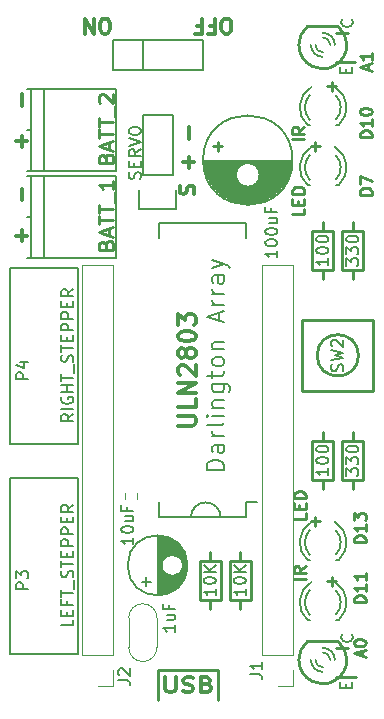
<source format=gto>
G04 #@! TF.FileFunction,Legend,Top*
%FSLAX46Y46*%
G04 Gerber Fmt 4.6, Leading zero omitted, Abs format (unit mm)*
G04 Created by KiCad (PCBNEW 4.0.7) date 09/06/18 07:33:57*
%MOMM*%
%LPD*%
G01*
G04 APERTURE LIST*
%ADD10C,0.100000*%
%ADD11C,0.254000*%
%ADD12C,0.300000*%
%ADD13C,0.200000*%
%ADD14C,0.250000*%
%ADD15C,0.150000*%
%ADD16C,0.120000*%
%ADD17C,0.152400*%
G04 APERTURE END LIST*
D10*
D11*
X139700000Y-115570000D02*
X139700000Y-118110000D01*
X136525000Y-115570000D02*
X139700000Y-115570000D01*
X134620000Y-115570000D02*
X136525000Y-115570000D01*
X134620000Y-118110000D02*
X134620000Y-115570000D01*
D12*
X135267143Y-116144524D02*
X135267143Y-117172619D01*
X135338571Y-117293571D01*
X135410000Y-117354048D01*
X135552857Y-117414524D01*
X135838571Y-117414524D01*
X135981429Y-117354048D01*
X136052857Y-117293571D01*
X136124286Y-117172619D01*
X136124286Y-116144524D01*
X136767143Y-117354048D02*
X136981429Y-117414524D01*
X137338572Y-117414524D01*
X137481429Y-117354048D01*
X137552858Y-117293571D01*
X137624286Y-117172619D01*
X137624286Y-117051667D01*
X137552858Y-116930714D01*
X137481429Y-116870238D01*
X137338572Y-116809762D01*
X137052858Y-116749286D01*
X136910000Y-116688810D01*
X136838572Y-116628333D01*
X136767143Y-116507381D01*
X136767143Y-116386429D01*
X136838572Y-116265476D01*
X136910000Y-116205000D01*
X137052858Y-116144524D01*
X137410000Y-116144524D01*
X137624286Y-116205000D01*
X138767143Y-116749286D02*
X138981429Y-116809762D01*
X139052857Y-116870238D01*
X139124286Y-116991190D01*
X139124286Y-117172619D01*
X139052857Y-117293571D01*
X138981429Y-117354048D01*
X138838571Y-117414524D01*
X138267143Y-117414524D01*
X138267143Y-116144524D01*
X138767143Y-116144524D01*
X138910000Y-116205000D01*
X138981429Y-116265476D01*
X139052857Y-116386429D01*
X139052857Y-116507381D01*
X138981429Y-116628333D01*
X138910000Y-116688810D01*
X138767143Y-116749286D01*
X138267143Y-116749286D01*
D13*
X140251571Y-98610428D02*
X138751571Y-98610428D01*
X138751571Y-98253285D01*
X138823000Y-98039000D01*
X138965857Y-97896142D01*
X139108714Y-97824714D01*
X139394429Y-97753285D01*
X139608714Y-97753285D01*
X139894429Y-97824714D01*
X140037286Y-97896142D01*
X140180143Y-98039000D01*
X140251571Y-98253285D01*
X140251571Y-98610428D01*
X140251571Y-96467571D02*
X139465857Y-96467571D01*
X139323000Y-96539000D01*
X139251571Y-96681857D01*
X139251571Y-96967571D01*
X139323000Y-97110428D01*
X140180143Y-96467571D02*
X140251571Y-96610428D01*
X140251571Y-96967571D01*
X140180143Y-97110428D01*
X140037286Y-97181857D01*
X139894429Y-97181857D01*
X139751571Y-97110428D01*
X139680143Y-96967571D01*
X139680143Y-96610428D01*
X139608714Y-96467571D01*
X140251571Y-95753285D02*
X139251571Y-95753285D01*
X139537286Y-95753285D02*
X139394429Y-95681857D01*
X139323000Y-95610428D01*
X139251571Y-95467571D01*
X139251571Y-95324714D01*
X140251571Y-94610428D02*
X140180143Y-94753286D01*
X140037286Y-94824714D01*
X138751571Y-94824714D01*
X140251571Y-94039000D02*
X139251571Y-94039000D01*
X138751571Y-94039000D02*
X138823000Y-94110429D01*
X138894429Y-94039000D01*
X138823000Y-93967572D01*
X138751571Y-94039000D01*
X138894429Y-94039000D01*
X139251571Y-93324714D02*
X140251571Y-93324714D01*
X139394429Y-93324714D02*
X139323000Y-93253286D01*
X139251571Y-93110428D01*
X139251571Y-92896143D01*
X139323000Y-92753286D01*
X139465857Y-92681857D01*
X140251571Y-92681857D01*
X139251571Y-91324714D02*
X140465857Y-91324714D01*
X140608714Y-91396143D01*
X140680143Y-91467571D01*
X140751571Y-91610428D01*
X140751571Y-91824714D01*
X140680143Y-91967571D01*
X140180143Y-91324714D02*
X140251571Y-91467571D01*
X140251571Y-91753285D01*
X140180143Y-91896143D01*
X140108714Y-91967571D01*
X139965857Y-92039000D01*
X139537286Y-92039000D01*
X139394429Y-91967571D01*
X139323000Y-91896143D01*
X139251571Y-91753285D01*
X139251571Y-91467571D01*
X139323000Y-91324714D01*
X139251571Y-90824714D02*
X139251571Y-90253285D01*
X138751571Y-90610428D02*
X140037286Y-90610428D01*
X140180143Y-90539000D01*
X140251571Y-90396142D01*
X140251571Y-90253285D01*
X140251571Y-89538999D02*
X140180143Y-89681857D01*
X140108714Y-89753285D01*
X139965857Y-89824714D01*
X139537286Y-89824714D01*
X139394429Y-89753285D01*
X139323000Y-89681857D01*
X139251571Y-89538999D01*
X139251571Y-89324714D01*
X139323000Y-89181857D01*
X139394429Y-89110428D01*
X139537286Y-89038999D01*
X139965857Y-89038999D01*
X140108714Y-89110428D01*
X140180143Y-89181857D01*
X140251571Y-89324714D01*
X140251571Y-89538999D01*
X139251571Y-88396142D02*
X140251571Y-88396142D01*
X139394429Y-88396142D02*
X139323000Y-88324714D01*
X139251571Y-88181856D01*
X139251571Y-87967571D01*
X139323000Y-87824714D01*
X139465857Y-87753285D01*
X140251571Y-87753285D01*
X139823000Y-85967571D02*
X139823000Y-85253285D01*
X140251571Y-86110428D02*
X138751571Y-85610428D01*
X140251571Y-85110428D01*
X140251571Y-84610428D02*
X139251571Y-84610428D01*
X139537286Y-84610428D02*
X139394429Y-84539000D01*
X139323000Y-84467571D01*
X139251571Y-84324714D01*
X139251571Y-84181857D01*
X140251571Y-83681857D02*
X139251571Y-83681857D01*
X139537286Y-83681857D02*
X139394429Y-83610429D01*
X139323000Y-83539000D01*
X139251571Y-83396143D01*
X139251571Y-83253286D01*
X140251571Y-82110429D02*
X139465857Y-82110429D01*
X139323000Y-82181858D01*
X139251571Y-82324715D01*
X139251571Y-82610429D01*
X139323000Y-82753286D01*
X140180143Y-82110429D02*
X140251571Y-82253286D01*
X140251571Y-82610429D01*
X140180143Y-82753286D01*
X140037286Y-82824715D01*
X139894429Y-82824715D01*
X139751571Y-82753286D01*
X139680143Y-82610429D01*
X139680143Y-82253286D01*
X139608714Y-82110429D01*
X139251571Y-81539000D02*
X140251571Y-81181857D01*
X139251571Y-80824715D02*
X140251571Y-81181857D01*
X140608714Y-81324715D01*
X140680143Y-81396143D01*
X140751571Y-81539000D01*
D14*
X152439667Y-64722286D02*
X152439667Y-64246095D01*
X152725381Y-64817524D02*
X151725381Y-64484191D01*
X152725381Y-64150857D01*
X152725381Y-63293714D02*
X152725381Y-63865143D01*
X152725381Y-63579429D02*
X151725381Y-63579429D01*
X151868238Y-63674667D01*
X151963476Y-63769905D01*
X152011095Y-63865143D01*
X152725381Y-70429286D02*
X151725381Y-70429286D01*
X151725381Y-70191191D01*
X151773000Y-70048333D01*
X151868238Y-69953095D01*
X151963476Y-69905476D01*
X152153952Y-69857857D01*
X152296810Y-69857857D01*
X152487286Y-69905476D01*
X152582524Y-69953095D01*
X152677762Y-70048333D01*
X152725381Y-70191191D01*
X152725381Y-70429286D01*
X152725381Y-68905476D02*
X152725381Y-69476905D01*
X152725381Y-69191191D02*
X151725381Y-69191191D01*
X151868238Y-69286429D01*
X151963476Y-69381667D01*
X152011095Y-69476905D01*
X151725381Y-68286429D02*
X151725381Y-68191190D01*
X151773000Y-68095952D01*
X151820619Y-68048333D01*
X151915857Y-68000714D01*
X152106333Y-67953095D01*
X152344429Y-67953095D01*
X152534905Y-68000714D01*
X152630143Y-68048333D01*
X152677762Y-68095952D01*
X152725381Y-68191190D01*
X152725381Y-68286429D01*
X152677762Y-68381667D01*
X152630143Y-68429286D01*
X152534905Y-68476905D01*
X152344429Y-68524524D01*
X152106333Y-68524524D01*
X151915857Y-68476905D01*
X151820619Y-68429286D01*
X151773000Y-68381667D01*
X151725381Y-68286429D01*
X152725381Y-75287095D02*
X151725381Y-75287095D01*
X151725381Y-75049000D01*
X151773000Y-74906142D01*
X151868238Y-74810904D01*
X151963476Y-74763285D01*
X152153952Y-74715666D01*
X152296810Y-74715666D01*
X152487286Y-74763285D01*
X152582524Y-74810904D01*
X152677762Y-74906142D01*
X152725381Y-75049000D01*
X152725381Y-75287095D01*
X151725381Y-74382333D02*
X151725381Y-73715666D01*
X152725381Y-74144238D01*
X152217381Y-109799286D02*
X151217381Y-109799286D01*
X151217381Y-109561191D01*
X151265000Y-109418333D01*
X151360238Y-109323095D01*
X151455476Y-109275476D01*
X151645952Y-109227857D01*
X151788810Y-109227857D01*
X151979286Y-109275476D01*
X152074524Y-109323095D01*
X152169762Y-109418333D01*
X152217381Y-109561191D01*
X152217381Y-109799286D01*
X152217381Y-108275476D02*
X152217381Y-108846905D01*
X152217381Y-108561191D02*
X151217381Y-108561191D01*
X151360238Y-108656429D01*
X151455476Y-108751667D01*
X151503095Y-108846905D01*
X152217381Y-107323095D02*
X152217381Y-107894524D01*
X152217381Y-107608810D02*
X151217381Y-107608810D01*
X151360238Y-107704048D01*
X151455476Y-107799286D01*
X151503095Y-107894524D01*
X152217381Y-104719286D02*
X151217381Y-104719286D01*
X151217381Y-104481191D01*
X151265000Y-104338333D01*
X151360238Y-104243095D01*
X151455476Y-104195476D01*
X151645952Y-104147857D01*
X151788810Y-104147857D01*
X151979286Y-104195476D01*
X152074524Y-104243095D01*
X152169762Y-104338333D01*
X152217381Y-104481191D01*
X152217381Y-104719286D01*
X152217381Y-103195476D02*
X152217381Y-103766905D01*
X152217381Y-103481191D02*
X151217381Y-103481191D01*
X151360238Y-103576429D01*
X151455476Y-103671667D01*
X151503095Y-103766905D01*
X151217381Y-102862143D02*
X151217381Y-102243095D01*
X151598333Y-102576429D01*
X151598333Y-102433571D01*
X151645952Y-102338333D01*
X151693571Y-102290714D01*
X151788810Y-102243095D01*
X152026905Y-102243095D01*
X152122143Y-102290714D01*
X152169762Y-102338333D01*
X152217381Y-102433571D01*
X152217381Y-102719286D01*
X152169762Y-102814524D01*
X152122143Y-102862143D01*
X151931667Y-114379286D02*
X151931667Y-113903095D01*
X152217381Y-114474524D02*
X151217381Y-114141191D01*
X152217381Y-113807857D01*
X151217381Y-113284048D02*
X151217381Y-113188809D01*
X151265000Y-113093571D01*
X151312619Y-113045952D01*
X151407857Y-112998333D01*
X151598333Y-112950714D01*
X151836429Y-112950714D01*
X152026905Y-112998333D01*
X152122143Y-113045952D01*
X152169762Y-113093571D01*
X152217381Y-113188809D01*
X152217381Y-113284048D01*
X152169762Y-113379286D01*
X152122143Y-113426905D01*
X152026905Y-113474524D01*
X151836429Y-113522143D01*
X151598333Y-113522143D01*
X151407857Y-113474524D01*
X151312619Y-113426905D01*
X151265000Y-113379286D01*
X151217381Y-113284048D01*
D11*
X148964953Y-108022571D02*
X149739048Y-108022571D01*
X149352000Y-108409619D02*
X149352000Y-107635524D01*
X147567953Y-102942571D02*
X148342048Y-102942571D01*
X147955000Y-103329619D02*
X147955000Y-102555524D01*
X139312953Y-71192571D02*
X140087048Y-71192571D01*
X139700000Y-71579619D02*
X139700000Y-70805524D01*
X148964953Y-66112571D02*
X149739048Y-66112571D01*
X149352000Y-66499619D02*
X149352000Y-65725524D01*
X147567953Y-71192571D02*
X148342048Y-71192571D01*
X147955000Y-71579619D02*
X147955000Y-70805524D01*
X147017619Y-76472143D02*
X147017619Y-76955952D01*
X146001619Y-76955952D01*
X146485429Y-76133476D02*
X146485429Y-75794810D01*
X147017619Y-75649667D02*
X147017619Y-76133476D01*
X146001619Y-76133476D01*
X146001619Y-75649667D01*
X147017619Y-75214238D02*
X146001619Y-75214238D01*
X146001619Y-74972333D01*
X146050000Y-74827191D01*
X146146762Y-74730429D01*
X146243524Y-74682048D01*
X146437048Y-74633667D01*
X146582190Y-74633667D01*
X146775714Y-74682048D01*
X146872476Y-74730429D01*
X146969238Y-74827191D01*
X147017619Y-74972333D01*
X147017619Y-75214238D01*
X147017619Y-70612000D02*
X146001619Y-70612000D01*
X147017619Y-69547619D02*
X146533810Y-69886285D01*
X147017619Y-70128190D02*
X146001619Y-70128190D01*
X146001619Y-69741143D01*
X146050000Y-69644381D01*
X146098381Y-69596000D01*
X146195143Y-69547619D01*
X146340286Y-69547619D01*
X146437048Y-69596000D01*
X146485429Y-69644381D01*
X146533810Y-69741143D01*
X146533810Y-70128190D01*
X147144619Y-102253143D02*
X147144619Y-102736952D01*
X146128619Y-102736952D01*
X146612429Y-101914476D02*
X146612429Y-101575810D01*
X147144619Y-101430667D02*
X147144619Y-101914476D01*
X146128619Y-101914476D01*
X146128619Y-101430667D01*
X147144619Y-100995238D02*
X146128619Y-100995238D01*
X146128619Y-100753333D01*
X146177000Y-100608191D01*
X146273762Y-100511429D01*
X146370524Y-100463048D01*
X146564048Y-100414667D01*
X146709190Y-100414667D01*
X146902714Y-100463048D01*
X146999476Y-100511429D01*
X147096238Y-100608191D01*
X147144619Y-100753333D01*
X147144619Y-100995238D01*
X147144619Y-107823000D02*
X146128619Y-107823000D01*
X147144619Y-106758619D02*
X146660810Y-107097285D01*
X147144619Y-107339190D02*
X146128619Y-107339190D01*
X146128619Y-106952143D01*
X146177000Y-106855381D01*
X146225381Y-106807000D01*
X146322143Y-106758619D01*
X146467286Y-106758619D01*
X146564048Y-106807000D01*
X146612429Y-106855381D01*
X146660810Y-106952143D01*
X146660810Y-107339190D01*
D14*
X130212714Y-79536952D02*
X130272238Y-79358381D01*
X130331762Y-79298857D01*
X130450810Y-79239333D01*
X130629381Y-79239333D01*
X130748429Y-79298857D01*
X130807952Y-79358381D01*
X130867476Y-79477428D01*
X130867476Y-79953619D01*
X129617476Y-79953619D01*
X129617476Y-79536952D01*
X129677000Y-79417905D01*
X129736524Y-79358381D01*
X129855571Y-79298857D01*
X129974619Y-79298857D01*
X130093667Y-79358381D01*
X130153190Y-79417905D01*
X130212714Y-79536952D01*
X130212714Y-79953619D01*
X130510333Y-78763143D02*
X130510333Y-78167905D01*
X130867476Y-78882190D02*
X129617476Y-78465524D01*
X130867476Y-78048857D01*
X129617476Y-77810761D02*
X129617476Y-77096476D01*
X130867476Y-77453619D02*
X129617476Y-77453619D01*
X129617476Y-76858380D02*
X129617476Y-76144095D01*
X130867476Y-76501238D02*
X129617476Y-76501238D01*
X130986524Y-76025047D02*
X130986524Y-75072666D01*
X130867476Y-74120285D02*
X130867476Y-74834571D01*
X130867476Y-74477428D02*
X129617476Y-74477428D01*
X129796048Y-74596476D01*
X129915095Y-74715523D01*
X129974619Y-74834571D01*
X130212714Y-72215523D02*
X130272238Y-72036952D01*
X130331762Y-71977428D01*
X130450810Y-71917904D01*
X130629381Y-71917904D01*
X130748429Y-71977428D01*
X130807952Y-72036952D01*
X130867476Y-72155999D01*
X130867476Y-72632190D01*
X129617476Y-72632190D01*
X129617476Y-72215523D01*
X129677000Y-72096476D01*
X129736524Y-72036952D01*
X129855571Y-71977428D01*
X129974619Y-71977428D01*
X130093667Y-72036952D01*
X130153190Y-72096476D01*
X130212714Y-72215523D01*
X130212714Y-72632190D01*
X130510333Y-71441714D02*
X130510333Y-70846476D01*
X130867476Y-71560761D02*
X129617476Y-71144095D01*
X130867476Y-70727428D01*
X129617476Y-70489332D02*
X129617476Y-69775047D01*
X130867476Y-70132190D02*
X129617476Y-70132190D01*
X129617476Y-69536951D02*
X129617476Y-68822666D01*
X130867476Y-69179809D02*
X129617476Y-69179809D01*
X130986524Y-68703618D02*
X130986524Y-67751237D01*
X129736524Y-67513142D02*
X129677000Y-67453618D01*
X129617476Y-67334570D01*
X129617476Y-67036951D01*
X129677000Y-66917904D01*
X129736524Y-66858380D01*
X129855571Y-66798856D01*
X129974619Y-66798856D01*
X130153190Y-66858380D01*
X130867476Y-67572666D01*
X130867476Y-66798856D01*
D12*
X137665952Y-75247143D02*
X137725476Y-75068571D01*
X137725476Y-74770952D01*
X137665952Y-74651905D01*
X137606429Y-74592381D01*
X137487381Y-74532857D01*
X137368333Y-74532857D01*
X137249286Y-74592381D01*
X137189762Y-74651905D01*
X137130238Y-74770952D01*
X137070714Y-75009048D01*
X137011190Y-75128095D01*
X136951667Y-75187619D01*
X136832619Y-75247143D01*
X136713571Y-75247143D01*
X136594524Y-75187619D01*
X136535000Y-75128095D01*
X136475476Y-75009048D01*
X136475476Y-74711428D01*
X136535000Y-74532857D01*
X137249286Y-73044762D02*
X137249286Y-72092381D01*
X137725476Y-72568571D02*
X136773095Y-72568571D01*
X137249286Y-70544762D02*
X137249286Y-69592381D01*
X123099286Y-66795953D02*
X123099286Y-67763572D01*
X123099286Y-70303572D02*
X123099286Y-71271191D01*
X122615476Y-70787381D02*
X123583095Y-70787381D01*
X123099286Y-74778810D02*
X123099286Y-75746429D01*
X123099286Y-78286429D02*
X123099286Y-79254048D01*
X122615476Y-78770238D02*
X123583095Y-78770238D01*
X140546665Y-61655476D02*
X140304761Y-61655476D01*
X140183808Y-61595000D01*
X140062856Y-61474048D01*
X140002380Y-61232143D01*
X140002380Y-60808810D01*
X140062856Y-60566905D01*
X140183808Y-60445952D01*
X140304761Y-60385476D01*
X140546665Y-60385476D01*
X140667618Y-60445952D01*
X140788570Y-60566905D01*
X140849046Y-60808810D01*
X140849046Y-61232143D01*
X140788570Y-61474048D01*
X140667618Y-61595000D01*
X140546665Y-61655476D01*
X139034761Y-61050714D02*
X139458094Y-61050714D01*
X139458094Y-60385476D02*
X139458094Y-61655476D01*
X138853332Y-61655476D01*
X137946190Y-61050714D02*
X138369523Y-61050714D01*
X138369523Y-60385476D02*
X138369523Y-61655476D01*
X137764761Y-61655476D01*
X130265714Y-61655476D02*
X130023810Y-61655476D01*
X129902857Y-61595000D01*
X129781905Y-61474048D01*
X129721429Y-61232143D01*
X129721429Y-60808810D01*
X129781905Y-60566905D01*
X129902857Y-60445952D01*
X130023810Y-60385476D01*
X130265714Y-60385476D01*
X130386667Y-60445952D01*
X130507619Y-60566905D01*
X130568095Y-60808810D01*
X130568095Y-61232143D01*
X130507619Y-61474048D01*
X130386667Y-61595000D01*
X130265714Y-61655476D01*
X129177143Y-60385476D02*
X129177143Y-61655476D01*
X128451429Y-60385476D01*
X128451429Y-61655476D01*
D15*
X122110000Y-114210000D02*
X122110000Y-99310000D01*
X127860000Y-114210000D02*
X127860000Y-99310000D01*
X122110000Y-114210000D02*
X127860000Y-114210000D01*
X122110000Y-99310000D02*
X127860000Y-99310000D01*
X134675000Y-104181000D02*
X134675000Y-109179000D01*
X134815000Y-104189000D02*
X134815000Y-109171000D01*
X134955000Y-104205000D02*
X134955000Y-106585000D01*
X134955000Y-106775000D02*
X134955000Y-109155000D01*
X135095000Y-104229000D02*
X135095000Y-106190000D01*
X135095000Y-107170000D02*
X135095000Y-109131000D01*
X135235000Y-104262000D02*
X135235000Y-106023000D01*
X135235000Y-107337000D02*
X135235000Y-109098000D01*
X135375000Y-104303000D02*
X135375000Y-105916000D01*
X135375000Y-107444000D02*
X135375000Y-109057000D01*
X135515000Y-104353000D02*
X135515000Y-105845000D01*
X135515000Y-107515000D02*
X135515000Y-109007000D01*
X135655000Y-104414000D02*
X135655000Y-105801000D01*
X135655000Y-107559000D02*
X135655000Y-108946000D01*
X135795000Y-104484000D02*
X135795000Y-105782000D01*
X135795000Y-107578000D02*
X135795000Y-108876000D01*
X135935000Y-104566000D02*
X135935000Y-105784000D01*
X135935000Y-107576000D02*
X135935000Y-108794000D01*
X136075000Y-104661000D02*
X136075000Y-105809000D01*
X136075000Y-107551000D02*
X136075000Y-108699000D01*
X136215000Y-104772000D02*
X136215000Y-105857000D01*
X136215000Y-107503000D02*
X136215000Y-108588000D01*
X136355000Y-104900000D02*
X136355000Y-105935000D01*
X136355000Y-107425000D02*
X136355000Y-108460000D01*
X136495000Y-105049000D02*
X136495000Y-106052000D01*
X136495000Y-107308000D02*
X136495000Y-108311000D01*
X136635000Y-105228000D02*
X136635000Y-106240000D01*
X136635000Y-107120000D02*
X136635000Y-108132000D01*
X136775000Y-105447000D02*
X136775000Y-107913000D01*
X136915000Y-105736000D02*
X136915000Y-107624000D01*
X137055000Y-106208000D02*
X137055000Y-107152000D01*
X136750000Y-106680000D02*
G75*
G03X136750000Y-106680000I-900000J0D01*
G01*
X137137500Y-106680000D02*
G75*
G03X137137500Y-106680000I-2537500J0D01*
G01*
D16*
X146110000Y-81220000D02*
X143450000Y-81220000D01*
X146110000Y-114300000D02*
X146110000Y-81220000D01*
X143450000Y-114300000D02*
X143450000Y-81220000D01*
X146110000Y-114300000D02*
X143450000Y-114300000D01*
X146110000Y-115570000D02*
X146110000Y-116900000D01*
X146110000Y-116900000D02*
X144780000Y-116900000D01*
D10*
X134550000Y-111125000D02*
X134550000Y-113625000D01*
X132150000Y-111125000D02*
X132150000Y-113625000D01*
X133350000Y-109925000D02*
G75*
G03X132150000Y-111125000I0J-1200000D01*
G01*
X134550000Y-111125000D02*
G75*
G03X133350000Y-109925000I-1200000J0D01*
G01*
X132150000Y-113625000D02*
G75*
G03X133350000Y-114825000I1200000J0D01*
G01*
X133350000Y-114825000D02*
G75*
G03X134550000Y-113625000I0J1200000D01*
G01*
D11*
X150990000Y-116135000D02*
X151390000Y-116135000D01*
X149690000Y-116135000D02*
X150990000Y-116135000D01*
X149690000Y-113635000D02*
X150690000Y-113635000D01*
X149860000Y-113106200D02*
X147320000Y-113106200D01*
D17*
X147955000Y-114681000D02*
G75*
G03X148590000Y-115316000I635000J0D01*
G01*
X147574000Y-114681000D02*
G75*
G03X148590000Y-115697000I1016000J0D01*
G01*
X149225000Y-114681000D02*
G75*
G03X148590000Y-114046000I-635000J0D01*
G01*
X149606000Y-114681000D02*
G75*
G03X148590000Y-113665000I-1016000J0D01*
G01*
D11*
X147286574Y-113122120D02*
G75*
G03X146558000Y-114681000I1303426J-1558880D01*
G01*
X146560540Y-114681975D02*
G75*
G03X147634960Y-116471700I2029460J975D01*
G01*
X150619386Y-114678448D02*
G75*
G03X149900640Y-113131600I-2029386J-2552D01*
G01*
X149599851Y-116444299D02*
G75*
G03X150622000Y-114681000I-1009851J1763299D01*
G01*
X147626653Y-116470130D02*
G75*
G03X148590000Y-116713000I963347J1789130D01*
G01*
X148590100Y-116711923D02*
G75*
G03X149654260Y-116410740I-100J2030923D01*
G01*
X150990000Y-64065000D02*
X151290000Y-64065000D01*
X149690000Y-64065000D02*
X150990000Y-64065000D01*
X149690000Y-61565000D02*
X150690000Y-61565000D01*
X149860000Y-61036200D02*
X147320000Y-61036200D01*
D17*
X147955000Y-62611000D02*
G75*
G03X148590000Y-63246000I635000J0D01*
G01*
X147574000Y-62611000D02*
G75*
G03X148590000Y-63627000I1016000J0D01*
G01*
X149225000Y-62611000D02*
G75*
G03X148590000Y-61976000I-635000J0D01*
G01*
X149606000Y-62611000D02*
G75*
G03X148590000Y-61595000I-1016000J0D01*
G01*
D11*
X147286574Y-61052120D02*
G75*
G03X146558000Y-62611000I1303426J-1558880D01*
G01*
X146560540Y-62611975D02*
G75*
G03X147634960Y-64401700I2029460J975D01*
G01*
X150619386Y-62608448D02*
G75*
G03X149900640Y-61061600I-2029386J-2552D01*
G01*
X149599851Y-64374299D02*
G75*
G03X150622000Y-62611000I-1009851J1763299D01*
G01*
X147626653Y-64400130D02*
G75*
G03X148590000Y-64643000I963347J1789130D01*
G01*
X148590100Y-64641923D02*
G75*
G03X149654260Y-64340740I-100J2030923D01*
G01*
D13*
X138684000Y-101346000D02*
G75*
G03X137414000Y-102616000I0J-1270000D01*
G01*
X139954000Y-102616000D02*
G75*
G03X138684000Y-101346000I-1270000J0D01*
G01*
D15*
X142105000Y-102625000D02*
X142105000Y-101355000D01*
X134755000Y-102625000D02*
X134755000Y-101355000D01*
X134755000Y-77715000D02*
X134755000Y-78985000D01*
X142105000Y-77715000D02*
X142105000Y-78985000D01*
X142105000Y-102625000D02*
X134755000Y-102625000D01*
X142105000Y-77715000D02*
X134755000Y-77715000D01*
X142105000Y-101355000D02*
X143040000Y-101355000D01*
X122110000Y-96430000D02*
X122110000Y-81530000D01*
X127860000Y-96430000D02*
X127860000Y-81530000D01*
X122110000Y-96430000D02*
X127860000Y-96430000D01*
X122110000Y-81530000D02*
X127860000Y-81530000D01*
X145989000Y-72445000D02*
X138491000Y-72445000D01*
X145984000Y-72585000D02*
X138496000Y-72585000D01*
X145973000Y-72725000D02*
X142686000Y-72725000D01*
X141794000Y-72725000D02*
X138507000Y-72725000D01*
X145957000Y-72865000D02*
X142896000Y-72865000D01*
X141584000Y-72865000D02*
X138523000Y-72865000D01*
X145936000Y-73005000D02*
X143029000Y-73005000D01*
X141451000Y-73005000D02*
X138544000Y-73005000D01*
X145909000Y-73145000D02*
X143120000Y-73145000D01*
X141360000Y-73145000D02*
X138571000Y-73145000D01*
X145877000Y-73285000D02*
X143182000Y-73285000D01*
X141298000Y-73285000D02*
X138603000Y-73285000D01*
X145839000Y-73425000D02*
X143221000Y-73425000D01*
X141259000Y-73425000D02*
X138641000Y-73425000D01*
X145795000Y-73565000D02*
X143238000Y-73565000D01*
X141242000Y-73565000D02*
X138685000Y-73565000D01*
X145744000Y-73705000D02*
X143236000Y-73705000D01*
X141244000Y-73705000D02*
X138736000Y-73705000D01*
X145688000Y-73845000D02*
X143214000Y-73845000D01*
X141266000Y-73845000D02*
X138792000Y-73845000D01*
X145624000Y-73985000D02*
X143171000Y-73985000D01*
X141309000Y-73985000D02*
X138856000Y-73985000D01*
X145554000Y-74125000D02*
X143103000Y-74125000D01*
X141377000Y-74125000D02*
X138926000Y-74125000D01*
X145476000Y-74265000D02*
X143004000Y-74265000D01*
X141476000Y-74265000D02*
X139004000Y-74265000D01*
X145390000Y-74405000D02*
X142859000Y-74405000D01*
X141621000Y-74405000D02*
X139090000Y-74405000D01*
X145295000Y-74545000D02*
X142620000Y-74545000D01*
X141860000Y-74545000D02*
X139185000Y-74545000D01*
X145190000Y-74685000D02*
X139290000Y-74685000D01*
X145075000Y-74825000D02*
X139405000Y-74825000D01*
X144947000Y-74965000D02*
X139533000Y-74965000D01*
X144806000Y-75105000D02*
X139674000Y-75105000D01*
X144648000Y-75245000D02*
X139832000Y-75245000D01*
X144470000Y-75385000D02*
X140010000Y-75385000D01*
X144267000Y-75525000D02*
X140213000Y-75525000D01*
X144030000Y-75665000D02*
X140450000Y-75665000D01*
X143744000Y-75805000D02*
X140736000Y-75805000D01*
X143372000Y-75945000D02*
X141108000Y-75945000D01*
X142751000Y-76085000D02*
X141729000Y-76085000D01*
X143240000Y-73620000D02*
G75*
G03X143240000Y-73620000I-1000000J0D01*
G01*
X146027500Y-72370000D02*
G75*
G03X146027500Y-72370000I-3787500J0D01*
G01*
X135890000Y-73660000D02*
X135890000Y-68580000D01*
X135890000Y-68580000D02*
X133350000Y-68580000D01*
X133350000Y-68580000D02*
X133350000Y-73660000D01*
X133070000Y-76480000D02*
X133070000Y-74930000D01*
X133350000Y-73660000D02*
X135890000Y-73660000D01*
X136170000Y-74930000D02*
X136170000Y-76480000D01*
X136170000Y-76480000D02*
X133070000Y-76480000D01*
X130810000Y-64770000D02*
X130810000Y-62230000D01*
X130810000Y-62230000D02*
X138430000Y-62230000D01*
X138430000Y-62230000D02*
X138430000Y-64770000D01*
X138430000Y-64770000D02*
X130810000Y-64770000D01*
X133350000Y-62230000D02*
X133350000Y-64770000D01*
X123916000Y-69822000D02*
X123516000Y-69822000D01*
X125016000Y-66322000D02*
X125016000Y-73322000D01*
X123916000Y-66322000D02*
X123916000Y-73322000D01*
X131116000Y-66322000D02*
X123516000Y-66322000D01*
X123516000Y-73322000D02*
X131116000Y-73322000D01*
X131116000Y-73322000D02*
X131116000Y-66322000D01*
X123916000Y-77188000D02*
X123516000Y-77188000D01*
X125016000Y-73688000D02*
X125016000Y-80688000D01*
X123916000Y-73688000D02*
X123916000Y-80688000D01*
X131116000Y-73688000D02*
X123516000Y-73688000D01*
X123516000Y-80688000D02*
X131116000Y-80688000D01*
X131116000Y-80688000D02*
X131116000Y-73688000D01*
X149904000Y-111324000D02*
X149704000Y-111324000D01*
X147310000Y-111324000D02*
X147490000Y-111324000D01*
X147620357Y-108096256D02*
G75*
G03X147304000Y-111324000I1003643J-1727744D01*
G01*
X147490932Y-108771994D02*
G75*
G03X147490000Y-110875000I1133068J-1052006D01*
G01*
X149930726Y-111311220D02*
G75*
G03X149584000Y-108074000I-1306726J1497220D01*
G01*
X149703253Y-110837889D02*
G75*
G03X149684000Y-108790000I-1079253J1013889D01*
G01*
X149904000Y-74494000D02*
X149704000Y-74494000D01*
X147310000Y-74494000D02*
X147490000Y-74494000D01*
X147620357Y-71266256D02*
G75*
G03X147304000Y-74494000I1003643J-1727744D01*
G01*
X147490932Y-71941994D02*
G75*
G03X147490000Y-74045000I1133068J-1052006D01*
G01*
X149930726Y-74481220D02*
G75*
G03X149584000Y-71244000I-1306726J1497220D01*
G01*
X149703253Y-74007889D02*
G75*
G03X149684000Y-71960000I-1079253J1013889D01*
G01*
X149904000Y-106244000D02*
X149704000Y-106244000D01*
X147310000Y-106244000D02*
X147490000Y-106244000D01*
X147620357Y-103016256D02*
G75*
G03X147304000Y-106244000I1003643J-1727744D01*
G01*
X147490932Y-103691994D02*
G75*
G03X147490000Y-105795000I1133068J-1052006D01*
G01*
X149930726Y-106231220D02*
G75*
G03X149584000Y-102994000I-1306726J1497220D01*
G01*
X149703253Y-105757889D02*
G75*
G03X149684000Y-103710000I-1079253J1013889D01*
G01*
X149904000Y-69414000D02*
X149704000Y-69414000D01*
X147310000Y-69414000D02*
X147490000Y-69414000D01*
X147620357Y-66186256D02*
G75*
G03X147304000Y-69414000I1003643J-1727744D01*
G01*
X147490932Y-66861994D02*
G75*
G03X147490000Y-68965000I1133068J-1052006D01*
G01*
X149930726Y-69401220D02*
G75*
G03X149584000Y-66164000I-1306726J1497220D01*
G01*
X149703253Y-68927889D02*
G75*
G03X149684000Y-66880000I-1079253J1013889D01*
G01*
D11*
X148590000Y-96139000D02*
X148590000Y-95377000D01*
X148590000Y-99441000D02*
X148590000Y-100203000D01*
X147701000Y-99441000D02*
X147955000Y-99441000D01*
X147701000Y-99441000D02*
X147701000Y-96139000D01*
X147701000Y-96139000D02*
X149479000Y-96139000D01*
X149479000Y-96139000D02*
X149479000Y-99441000D01*
X149479000Y-99441000D02*
X147955000Y-99441000D01*
X151130000Y-81661000D02*
X151130000Y-82423000D01*
X151130000Y-78359000D02*
X151130000Y-77597000D01*
X152019000Y-78359000D02*
X151765000Y-78359000D01*
X152019000Y-78359000D02*
X152019000Y-81661000D01*
X152019000Y-81661000D02*
X150241000Y-81661000D01*
X150241000Y-81661000D02*
X150241000Y-78359000D01*
X150241000Y-78359000D02*
X151765000Y-78359000D01*
X151130000Y-96139000D02*
X151130000Y-95377000D01*
X151130000Y-99441000D02*
X151130000Y-100203000D01*
X150241000Y-99441000D02*
X150495000Y-99441000D01*
X150241000Y-99441000D02*
X150241000Y-96139000D01*
X150241000Y-96139000D02*
X152019000Y-96139000D01*
X152019000Y-96139000D02*
X152019000Y-99441000D01*
X152019000Y-99441000D02*
X150495000Y-99441000D01*
X148590000Y-81661000D02*
X148590000Y-82423000D01*
X148590000Y-78359000D02*
X148590000Y-77597000D01*
X149479000Y-78359000D02*
X149225000Y-78359000D01*
X149479000Y-78359000D02*
X149479000Y-81661000D01*
X149479000Y-81661000D02*
X147701000Y-81661000D01*
X147701000Y-81661000D02*
X147701000Y-78359000D01*
X147701000Y-78359000D02*
X149225000Y-78359000D01*
X141605000Y-109601000D02*
X141605000Y-110363000D01*
X141605000Y-106299000D02*
X141605000Y-105537000D01*
X142494000Y-106299000D02*
X142240000Y-106299000D01*
X142494000Y-106299000D02*
X142494000Y-109601000D01*
X142494000Y-109601000D02*
X140716000Y-109601000D01*
X140716000Y-109601000D02*
X140716000Y-106299000D01*
X140716000Y-106299000D02*
X142240000Y-106299000D01*
X139065000Y-109601000D02*
X139065000Y-110363000D01*
X139065000Y-106299000D02*
X139065000Y-105537000D01*
X139954000Y-106299000D02*
X139700000Y-106299000D01*
X139954000Y-106299000D02*
X139954000Y-109601000D01*
X139954000Y-109601000D02*
X138176000Y-109601000D01*
X138176000Y-109601000D02*
X138176000Y-106299000D01*
X138176000Y-106299000D02*
X139700000Y-106299000D01*
D14*
X146860000Y-91900000D02*
X146860000Y-85900000D01*
X146860000Y-85900000D02*
X152860000Y-85900000D01*
X152860000Y-85900000D02*
X152860000Y-91900000D01*
X152860000Y-91900000D02*
X146860000Y-91900000D01*
X151610000Y-88900000D02*
G75*
G03X151610000Y-88900000I-1750000J0D01*
G01*
D16*
X130870000Y-81220000D02*
X128210000Y-81220000D01*
X130870000Y-114300000D02*
X130870000Y-81220000D01*
X128210000Y-114300000D02*
X128210000Y-81220000D01*
X130870000Y-114300000D02*
X128210000Y-114300000D01*
X130870000Y-115570000D02*
X130870000Y-116900000D01*
X130870000Y-116900000D02*
X129540000Y-116900000D01*
X132864000Y-101088000D02*
X132864000Y-100588000D01*
X131804000Y-100588000D02*
X131804000Y-101088000D01*
D15*
X123642381Y-108688095D02*
X122642381Y-108688095D01*
X122642381Y-108307142D01*
X122690000Y-108211904D01*
X122737619Y-108164285D01*
X122832857Y-108116666D01*
X122975714Y-108116666D01*
X123070952Y-108164285D01*
X123118571Y-108211904D01*
X123166190Y-108307142D01*
X123166190Y-108688095D01*
X122642381Y-107783333D02*
X122642381Y-107164285D01*
X123023333Y-107497619D01*
X123023333Y-107354761D01*
X123070952Y-107259523D01*
X123118571Y-107211904D01*
X123213810Y-107164285D01*
X123451905Y-107164285D01*
X123547143Y-107211904D01*
X123594762Y-107259523D01*
X123642381Y-107354761D01*
X123642381Y-107640476D01*
X123594762Y-107735714D01*
X123547143Y-107783333D01*
X127452381Y-111275238D02*
X127452381Y-111751429D01*
X126452381Y-111751429D01*
X126928571Y-110941905D02*
X126928571Y-110608571D01*
X127452381Y-110465714D02*
X127452381Y-110941905D01*
X126452381Y-110941905D01*
X126452381Y-110465714D01*
X126928571Y-109703809D02*
X126928571Y-110037143D01*
X127452381Y-110037143D02*
X126452381Y-110037143D01*
X126452381Y-109560952D01*
X126452381Y-109322857D02*
X126452381Y-108751428D01*
X127452381Y-109037143D02*
X126452381Y-109037143D01*
X127547619Y-108656190D02*
X127547619Y-107894285D01*
X127404762Y-107703809D02*
X127452381Y-107560952D01*
X127452381Y-107322856D01*
X127404762Y-107227618D01*
X127357143Y-107179999D01*
X127261905Y-107132380D01*
X127166667Y-107132380D01*
X127071429Y-107179999D01*
X127023810Y-107227618D01*
X126976190Y-107322856D01*
X126928571Y-107513333D01*
X126880952Y-107608571D01*
X126833333Y-107656190D01*
X126738095Y-107703809D01*
X126642857Y-107703809D01*
X126547619Y-107656190D01*
X126500000Y-107608571D01*
X126452381Y-107513333D01*
X126452381Y-107275237D01*
X126500000Y-107132380D01*
X126452381Y-106846666D02*
X126452381Y-106275237D01*
X127452381Y-106560952D02*
X126452381Y-106560952D01*
X126928571Y-105941904D02*
X126928571Y-105608570D01*
X127452381Y-105465713D02*
X127452381Y-105941904D01*
X126452381Y-105941904D01*
X126452381Y-105465713D01*
X127452381Y-105037142D02*
X126452381Y-105037142D01*
X126452381Y-104656189D01*
X126500000Y-104560951D01*
X126547619Y-104513332D01*
X126642857Y-104465713D01*
X126785714Y-104465713D01*
X126880952Y-104513332D01*
X126928571Y-104560951D01*
X126976190Y-104656189D01*
X126976190Y-105037142D01*
X127452381Y-104037142D02*
X126452381Y-104037142D01*
X126452381Y-103656189D01*
X126500000Y-103560951D01*
X126547619Y-103513332D01*
X126642857Y-103465713D01*
X126785714Y-103465713D01*
X126880952Y-103513332D01*
X126928571Y-103560951D01*
X126976190Y-103656189D01*
X126976190Y-104037142D01*
X126928571Y-103037142D02*
X126928571Y-102703808D01*
X127452381Y-102560951D02*
X127452381Y-103037142D01*
X126452381Y-103037142D01*
X126452381Y-102560951D01*
X127452381Y-101560951D02*
X126976190Y-101894285D01*
X127452381Y-102132380D02*
X126452381Y-102132380D01*
X126452381Y-101751427D01*
X126500000Y-101656189D01*
X126547619Y-101608570D01*
X126642857Y-101560951D01*
X126785714Y-101560951D01*
X126880952Y-101608570D01*
X126928571Y-101656189D01*
X126976190Y-101751427D01*
X126976190Y-102132380D01*
X132532381Y-104322428D02*
X132532381Y-104893857D01*
X132532381Y-104608143D02*
X131532381Y-104608143D01*
X131675238Y-104703381D01*
X131770476Y-104798619D01*
X131818095Y-104893857D01*
X131532381Y-103703381D02*
X131532381Y-103608142D01*
X131580000Y-103512904D01*
X131627619Y-103465285D01*
X131722857Y-103417666D01*
X131913333Y-103370047D01*
X132151429Y-103370047D01*
X132341905Y-103417666D01*
X132437143Y-103465285D01*
X132484762Y-103512904D01*
X132532381Y-103608142D01*
X132532381Y-103703381D01*
X132484762Y-103798619D01*
X132437143Y-103846238D01*
X132341905Y-103893857D01*
X132151429Y-103941476D01*
X131913333Y-103941476D01*
X131722857Y-103893857D01*
X131627619Y-103846238D01*
X131580000Y-103798619D01*
X131532381Y-103703381D01*
X131865714Y-102512904D02*
X132532381Y-102512904D01*
X131865714Y-102941476D02*
X132389524Y-102941476D01*
X132484762Y-102893857D01*
X132532381Y-102798619D01*
X132532381Y-102655761D01*
X132484762Y-102560523D01*
X132437143Y-102512904D01*
X132008571Y-101703380D02*
X132008571Y-102036714D01*
X132532381Y-102036714D02*
X131532381Y-102036714D01*
X131532381Y-101560523D01*
X133269048Y-108051429D02*
X134030953Y-108051429D01*
X133650001Y-108432381D02*
X133650001Y-107670476D01*
X142454381Y-115903333D02*
X143168667Y-115903333D01*
X143311524Y-115950953D01*
X143406762Y-116046191D01*
X143454381Y-116189048D01*
X143454381Y-116284286D01*
X143454381Y-114903333D02*
X143454381Y-115474762D01*
X143454381Y-115189048D02*
X142454381Y-115189048D01*
X142597238Y-115284286D01*
X142692476Y-115379524D01*
X142740095Y-115474762D01*
X136088381Y-111720238D02*
X136088381Y-112291667D01*
X136088381Y-112005953D02*
X135088381Y-112005953D01*
X135231238Y-112101191D01*
X135326476Y-112196429D01*
X135374095Y-112291667D01*
X135421714Y-110863095D02*
X136088381Y-110863095D01*
X135421714Y-111291667D02*
X135945524Y-111291667D01*
X136040762Y-111244048D01*
X136088381Y-111148810D01*
X136088381Y-111005952D01*
X136040762Y-110910714D01*
X135993143Y-110863095D01*
X135564571Y-110053571D02*
X135564571Y-110386905D01*
X136088381Y-110386905D02*
X135088381Y-110386905D01*
X135088381Y-109910714D01*
X150518571Y-117049286D02*
X150518571Y-116715952D01*
X151042381Y-116573095D02*
X151042381Y-117049286D01*
X150042381Y-117049286D01*
X150042381Y-116573095D01*
X151047143Y-112525476D02*
X151094762Y-112573095D01*
X151142381Y-112715952D01*
X151142381Y-112811190D01*
X151094762Y-112954048D01*
X150999524Y-113049286D01*
X150904286Y-113096905D01*
X150713810Y-113144524D01*
X150570952Y-113144524D01*
X150380476Y-113096905D01*
X150285238Y-113049286D01*
X150190000Y-112954048D01*
X150142381Y-112811190D01*
X150142381Y-112715952D01*
X150190000Y-112573095D01*
X150237619Y-112525476D01*
X150518571Y-64979286D02*
X150518571Y-64645952D01*
X151042381Y-64503095D02*
X151042381Y-64979286D01*
X150042381Y-64979286D01*
X150042381Y-64503095D01*
X151047143Y-60455476D02*
X151094762Y-60503095D01*
X151142381Y-60645952D01*
X151142381Y-60741190D01*
X151094762Y-60884048D01*
X150999524Y-60979286D01*
X150904286Y-61026905D01*
X150713810Y-61074524D01*
X150570952Y-61074524D01*
X150380476Y-61026905D01*
X150285238Y-60979286D01*
X150190000Y-60884048D01*
X150142381Y-60741190D01*
X150142381Y-60645952D01*
X150190000Y-60503095D01*
X150237619Y-60455476D01*
D12*
X136338571Y-94848571D02*
X137552857Y-94848571D01*
X137695714Y-94777143D01*
X137767143Y-94705714D01*
X137838571Y-94562857D01*
X137838571Y-94277143D01*
X137767143Y-94134285D01*
X137695714Y-94062857D01*
X137552857Y-93991428D01*
X136338571Y-93991428D01*
X137838571Y-92562856D02*
X137838571Y-93277142D01*
X136338571Y-93277142D01*
X137838571Y-92062856D02*
X136338571Y-92062856D01*
X137838571Y-91205713D01*
X136338571Y-91205713D01*
X136481429Y-90562856D02*
X136410000Y-90491427D01*
X136338571Y-90348570D01*
X136338571Y-89991427D01*
X136410000Y-89848570D01*
X136481429Y-89777141D01*
X136624286Y-89705713D01*
X136767143Y-89705713D01*
X136981429Y-89777141D01*
X137838571Y-90634284D01*
X137838571Y-89705713D01*
X136981429Y-88848570D02*
X136910000Y-88991428D01*
X136838571Y-89062856D01*
X136695714Y-89134285D01*
X136624286Y-89134285D01*
X136481429Y-89062856D01*
X136410000Y-88991428D01*
X136338571Y-88848570D01*
X136338571Y-88562856D01*
X136410000Y-88419999D01*
X136481429Y-88348570D01*
X136624286Y-88277142D01*
X136695714Y-88277142D01*
X136838571Y-88348570D01*
X136910000Y-88419999D01*
X136981429Y-88562856D01*
X136981429Y-88848570D01*
X137052857Y-88991428D01*
X137124286Y-89062856D01*
X137267143Y-89134285D01*
X137552857Y-89134285D01*
X137695714Y-89062856D01*
X137767143Y-88991428D01*
X137838571Y-88848570D01*
X137838571Y-88562856D01*
X137767143Y-88419999D01*
X137695714Y-88348570D01*
X137552857Y-88277142D01*
X137267143Y-88277142D01*
X137124286Y-88348570D01*
X137052857Y-88419999D01*
X136981429Y-88562856D01*
X136338571Y-87348571D02*
X136338571Y-87205714D01*
X136410000Y-87062857D01*
X136481429Y-86991428D01*
X136624286Y-86919999D01*
X136910000Y-86848571D01*
X137267143Y-86848571D01*
X137552857Y-86919999D01*
X137695714Y-86991428D01*
X137767143Y-87062857D01*
X137838571Y-87205714D01*
X137838571Y-87348571D01*
X137767143Y-87491428D01*
X137695714Y-87562857D01*
X137552857Y-87634285D01*
X137267143Y-87705714D01*
X136910000Y-87705714D01*
X136624286Y-87634285D01*
X136481429Y-87562857D01*
X136410000Y-87491428D01*
X136338571Y-87348571D01*
X136338571Y-86348571D02*
X136338571Y-85420000D01*
X136910000Y-85920000D01*
X136910000Y-85705714D01*
X136981429Y-85562857D01*
X137052857Y-85491428D01*
X137195714Y-85420000D01*
X137552857Y-85420000D01*
X137695714Y-85491428D01*
X137767143Y-85562857D01*
X137838571Y-85705714D01*
X137838571Y-86134286D01*
X137767143Y-86277143D01*
X137695714Y-86348571D01*
D15*
X123642381Y-90908095D02*
X122642381Y-90908095D01*
X122642381Y-90527142D01*
X122690000Y-90431904D01*
X122737619Y-90384285D01*
X122832857Y-90336666D01*
X122975714Y-90336666D01*
X123070952Y-90384285D01*
X123118571Y-90431904D01*
X123166190Y-90527142D01*
X123166190Y-90908095D01*
X122975714Y-89479523D02*
X123642381Y-89479523D01*
X122594762Y-89717619D02*
X123309048Y-89955714D01*
X123309048Y-89336666D01*
X127452381Y-93876190D02*
X126976190Y-94209524D01*
X127452381Y-94447619D02*
X126452381Y-94447619D01*
X126452381Y-94066666D01*
X126500000Y-93971428D01*
X126547619Y-93923809D01*
X126642857Y-93876190D01*
X126785714Y-93876190D01*
X126880952Y-93923809D01*
X126928571Y-93971428D01*
X126976190Y-94066666D01*
X126976190Y-94447619D01*
X127452381Y-93447619D02*
X126452381Y-93447619D01*
X126500000Y-92447619D02*
X126452381Y-92542857D01*
X126452381Y-92685714D01*
X126500000Y-92828572D01*
X126595238Y-92923810D01*
X126690476Y-92971429D01*
X126880952Y-93019048D01*
X127023810Y-93019048D01*
X127214286Y-92971429D01*
X127309524Y-92923810D01*
X127404762Y-92828572D01*
X127452381Y-92685714D01*
X127452381Y-92590476D01*
X127404762Y-92447619D01*
X127357143Y-92400000D01*
X127023810Y-92400000D01*
X127023810Y-92590476D01*
X127452381Y-91971429D02*
X126452381Y-91971429D01*
X126928571Y-91971429D02*
X126928571Y-91400000D01*
X127452381Y-91400000D02*
X126452381Y-91400000D01*
X126452381Y-91066667D02*
X126452381Y-90495238D01*
X127452381Y-90780953D02*
X126452381Y-90780953D01*
X127547619Y-90400000D02*
X127547619Y-89638095D01*
X127404762Y-89447619D02*
X127452381Y-89304762D01*
X127452381Y-89066666D01*
X127404762Y-88971428D01*
X127357143Y-88923809D01*
X127261905Y-88876190D01*
X127166667Y-88876190D01*
X127071429Y-88923809D01*
X127023810Y-88971428D01*
X126976190Y-89066666D01*
X126928571Y-89257143D01*
X126880952Y-89352381D01*
X126833333Y-89400000D01*
X126738095Y-89447619D01*
X126642857Y-89447619D01*
X126547619Y-89400000D01*
X126500000Y-89352381D01*
X126452381Y-89257143D01*
X126452381Y-89019047D01*
X126500000Y-88876190D01*
X126452381Y-88590476D02*
X126452381Y-88019047D01*
X127452381Y-88304762D02*
X126452381Y-88304762D01*
X126928571Y-87685714D02*
X126928571Y-87352380D01*
X127452381Y-87209523D02*
X127452381Y-87685714D01*
X126452381Y-87685714D01*
X126452381Y-87209523D01*
X127452381Y-86780952D02*
X126452381Y-86780952D01*
X126452381Y-86399999D01*
X126500000Y-86304761D01*
X126547619Y-86257142D01*
X126642857Y-86209523D01*
X126785714Y-86209523D01*
X126880952Y-86257142D01*
X126928571Y-86304761D01*
X126976190Y-86399999D01*
X126976190Y-86780952D01*
X127452381Y-85780952D02*
X126452381Y-85780952D01*
X126452381Y-85399999D01*
X126500000Y-85304761D01*
X126547619Y-85257142D01*
X126642857Y-85209523D01*
X126785714Y-85209523D01*
X126880952Y-85257142D01*
X126928571Y-85304761D01*
X126976190Y-85399999D01*
X126976190Y-85780952D01*
X126928571Y-84780952D02*
X126928571Y-84447618D01*
X127452381Y-84304761D02*
X127452381Y-84780952D01*
X126452381Y-84780952D01*
X126452381Y-84304761D01*
X127452381Y-83304761D02*
X126976190Y-83638095D01*
X127452381Y-83876190D02*
X126452381Y-83876190D01*
X126452381Y-83495237D01*
X126500000Y-83399999D01*
X126547619Y-83352380D01*
X126642857Y-83304761D01*
X126785714Y-83304761D01*
X126880952Y-83352380D01*
X126928571Y-83399999D01*
X126976190Y-83495237D01*
X126976190Y-83876190D01*
X144724381Y-80033619D02*
X144724381Y-80605048D01*
X144724381Y-80319334D02*
X143724381Y-80319334D01*
X143867238Y-80414572D01*
X143962476Y-80509810D01*
X144010095Y-80605048D01*
X143724381Y-79414572D02*
X143724381Y-79319333D01*
X143772000Y-79224095D01*
X143819619Y-79176476D01*
X143914857Y-79128857D01*
X144105333Y-79081238D01*
X144343429Y-79081238D01*
X144533905Y-79128857D01*
X144629143Y-79176476D01*
X144676762Y-79224095D01*
X144724381Y-79319333D01*
X144724381Y-79414572D01*
X144676762Y-79509810D01*
X144629143Y-79557429D01*
X144533905Y-79605048D01*
X144343429Y-79652667D01*
X144105333Y-79652667D01*
X143914857Y-79605048D01*
X143819619Y-79557429D01*
X143772000Y-79509810D01*
X143724381Y-79414572D01*
X143724381Y-78462191D02*
X143724381Y-78366952D01*
X143772000Y-78271714D01*
X143819619Y-78224095D01*
X143914857Y-78176476D01*
X144105333Y-78128857D01*
X144343429Y-78128857D01*
X144533905Y-78176476D01*
X144629143Y-78224095D01*
X144676762Y-78271714D01*
X144724381Y-78366952D01*
X144724381Y-78462191D01*
X144676762Y-78557429D01*
X144629143Y-78605048D01*
X144533905Y-78652667D01*
X144343429Y-78700286D01*
X144105333Y-78700286D01*
X143914857Y-78652667D01*
X143819619Y-78605048D01*
X143772000Y-78557429D01*
X143724381Y-78462191D01*
X144057714Y-77271714D02*
X144724381Y-77271714D01*
X144057714Y-77700286D02*
X144581524Y-77700286D01*
X144676762Y-77652667D01*
X144724381Y-77557429D01*
X144724381Y-77414571D01*
X144676762Y-77319333D01*
X144629143Y-77271714D01*
X144200571Y-76462190D02*
X144200571Y-76795524D01*
X144724381Y-76795524D02*
X143724381Y-76795524D01*
X143724381Y-76319333D01*
X133119762Y-73945476D02*
X133167381Y-73802619D01*
X133167381Y-73564523D01*
X133119762Y-73469285D01*
X133072143Y-73421666D01*
X132976905Y-73374047D01*
X132881667Y-73374047D01*
X132786429Y-73421666D01*
X132738810Y-73469285D01*
X132691190Y-73564523D01*
X132643571Y-73755000D01*
X132595952Y-73850238D01*
X132548333Y-73897857D01*
X132453095Y-73945476D01*
X132357857Y-73945476D01*
X132262619Y-73897857D01*
X132215000Y-73850238D01*
X132167381Y-73755000D01*
X132167381Y-73516904D01*
X132215000Y-73374047D01*
X132643571Y-72945476D02*
X132643571Y-72612142D01*
X133167381Y-72469285D02*
X133167381Y-72945476D01*
X132167381Y-72945476D01*
X132167381Y-72469285D01*
X133167381Y-71469285D02*
X132691190Y-71802619D01*
X133167381Y-72040714D02*
X132167381Y-72040714D01*
X132167381Y-71659761D01*
X132215000Y-71564523D01*
X132262619Y-71516904D01*
X132357857Y-71469285D01*
X132500714Y-71469285D01*
X132595952Y-71516904D01*
X132643571Y-71564523D01*
X132691190Y-71659761D01*
X132691190Y-72040714D01*
X132167381Y-71183571D02*
X133167381Y-70850238D01*
X132167381Y-70516904D01*
X132167381Y-69993095D02*
X132167381Y-69802618D01*
X132215000Y-69707380D01*
X132310238Y-69612142D01*
X132500714Y-69564523D01*
X132834048Y-69564523D01*
X133024524Y-69612142D01*
X133119762Y-69707380D01*
X133167381Y-69802618D01*
X133167381Y-69993095D01*
X133119762Y-70088333D01*
X133024524Y-70183571D01*
X132834048Y-70231190D01*
X132500714Y-70231190D01*
X132310238Y-70183571D01*
X132215000Y-70088333D01*
X132167381Y-69993095D01*
X149042381Y-98456666D02*
X149042381Y-99028095D01*
X149042381Y-98742381D02*
X148042381Y-98742381D01*
X148185238Y-98837619D01*
X148280476Y-98932857D01*
X148328095Y-99028095D01*
X148042381Y-97837619D02*
X148042381Y-97742380D01*
X148090000Y-97647142D01*
X148137619Y-97599523D01*
X148232857Y-97551904D01*
X148423333Y-97504285D01*
X148661429Y-97504285D01*
X148851905Y-97551904D01*
X148947143Y-97599523D01*
X148994762Y-97647142D01*
X149042381Y-97742380D01*
X149042381Y-97837619D01*
X148994762Y-97932857D01*
X148947143Y-97980476D01*
X148851905Y-98028095D01*
X148661429Y-98075714D01*
X148423333Y-98075714D01*
X148232857Y-98028095D01*
X148137619Y-97980476D01*
X148090000Y-97932857D01*
X148042381Y-97837619D01*
X148042381Y-96885238D02*
X148042381Y-96789999D01*
X148090000Y-96694761D01*
X148137619Y-96647142D01*
X148232857Y-96599523D01*
X148423333Y-96551904D01*
X148661429Y-96551904D01*
X148851905Y-96599523D01*
X148947143Y-96647142D01*
X148994762Y-96694761D01*
X149042381Y-96789999D01*
X149042381Y-96885238D01*
X148994762Y-96980476D01*
X148947143Y-97028095D01*
X148851905Y-97075714D01*
X148661429Y-97123333D01*
X148423333Y-97123333D01*
X148232857Y-97075714D01*
X148137619Y-97028095D01*
X148090000Y-96980476D01*
X148042381Y-96885238D01*
X150582381Y-81295714D02*
X150582381Y-80676666D01*
X150963333Y-81010000D01*
X150963333Y-80867142D01*
X151010952Y-80771904D01*
X151058571Y-80724285D01*
X151153810Y-80676666D01*
X151391905Y-80676666D01*
X151487143Y-80724285D01*
X151534762Y-80771904D01*
X151582381Y-80867142D01*
X151582381Y-81152857D01*
X151534762Y-81248095D01*
X151487143Y-81295714D01*
X150582381Y-80343333D02*
X150582381Y-79724285D01*
X150963333Y-80057619D01*
X150963333Y-79914761D01*
X151010952Y-79819523D01*
X151058571Y-79771904D01*
X151153810Y-79724285D01*
X151391905Y-79724285D01*
X151487143Y-79771904D01*
X151534762Y-79819523D01*
X151582381Y-79914761D01*
X151582381Y-80200476D01*
X151534762Y-80295714D01*
X151487143Y-80343333D01*
X150582381Y-79105238D02*
X150582381Y-79009999D01*
X150630000Y-78914761D01*
X150677619Y-78867142D01*
X150772857Y-78819523D01*
X150963333Y-78771904D01*
X151201429Y-78771904D01*
X151391905Y-78819523D01*
X151487143Y-78867142D01*
X151534762Y-78914761D01*
X151582381Y-79009999D01*
X151582381Y-79105238D01*
X151534762Y-79200476D01*
X151487143Y-79248095D01*
X151391905Y-79295714D01*
X151201429Y-79343333D01*
X150963333Y-79343333D01*
X150772857Y-79295714D01*
X150677619Y-79248095D01*
X150630000Y-79200476D01*
X150582381Y-79105238D01*
X150582381Y-99075714D02*
X150582381Y-98456666D01*
X150963333Y-98790000D01*
X150963333Y-98647142D01*
X151010952Y-98551904D01*
X151058571Y-98504285D01*
X151153810Y-98456666D01*
X151391905Y-98456666D01*
X151487143Y-98504285D01*
X151534762Y-98551904D01*
X151582381Y-98647142D01*
X151582381Y-98932857D01*
X151534762Y-99028095D01*
X151487143Y-99075714D01*
X150582381Y-98123333D02*
X150582381Y-97504285D01*
X150963333Y-97837619D01*
X150963333Y-97694761D01*
X151010952Y-97599523D01*
X151058571Y-97551904D01*
X151153810Y-97504285D01*
X151391905Y-97504285D01*
X151487143Y-97551904D01*
X151534762Y-97599523D01*
X151582381Y-97694761D01*
X151582381Y-97980476D01*
X151534762Y-98075714D01*
X151487143Y-98123333D01*
X150582381Y-96885238D02*
X150582381Y-96789999D01*
X150630000Y-96694761D01*
X150677619Y-96647142D01*
X150772857Y-96599523D01*
X150963333Y-96551904D01*
X151201429Y-96551904D01*
X151391905Y-96599523D01*
X151487143Y-96647142D01*
X151534762Y-96694761D01*
X151582381Y-96789999D01*
X151582381Y-96885238D01*
X151534762Y-96980476D01*
X151487143Y-97028095D01*
X151391905Y-97075714D01*
X151201429Y-97123333D01*
X150963333Y-97123333D01*
X150772857Y-97075714D01*
X150677619Y-97028095D01*
X150630000Y-96980476D01*
X150582381Y-96885238D01*
X149042381Y-80676666D02*
X149042381Y-81248095D01*
X149042381Y-80962381D02*
X148042381Y-80962381D01*
X148185238Y-81057619D01*
X148280476Y-81152857D01*
X148328095Y-81248095D01*
X148042381Y-80057619D02*
X148042381Y-79962380D01*
X148090000Y-79867142D01*
X148137619Y-79819523D01*
X148232857Y-79771904D01*
X148423333Y-79724285D01*
X148661429Y-79724285D01*
X148851905Y-79771904D01*
X148947143Y-79819523D01*
X148994762Y-79867142D01*
X149042381Y-79962380D01*
X149042381Y-80057619D01*
X148994762Y-80152857D01*
X148947143Y-80200476D01*
X148851905Y-80248095D01*
X148661429Y-80295714D01*
X148423333Y-80295714D01*
X148232857Y-80248095D01*
X148137619Y-80200476D01*
X148090000Y-80152857D01*
X148042381Y-80057619D01*
X148042381Y-79105238D02*
X148042381Y-79009999D01*
X148090000Y-78914761D01*
X148137619Y-78867142D01*
X148232857Y-78819523D01*
X148423333Y-78771904D01*
X148661429Y-78771904D01*
X148851905Y-78819523D01*
X148947143Y-78867142D01*
X148994762Y-78914761D01*
X149042381Y-79009999D01*
X149042381Y-79105238D01*
X148994762Y-79200476D01*
X148947143Y-79248095D01*
X148851905Y-79295714D01*
X148661429Y-79343333D01*
X148423333Y-79343333D01*
X148232857Y-79295714D01*
X148137619Y-79248095D01*
X148090000Y-79200476D01*
X148042381Y-79105238D01*
X142057381Y-108640476D02*
X142057381Y-109211905D01*
X142057381Y-108926191D02*
X141057381Y-108926191D01*
X141200238Y-109021429D01*
X141295476Y-109116667D01*
X141343095Y-109211905D01*
X141057381Y-108021429D02*
X141057381Y-107926190D01*
X141105000Y-107830952D01*
X141152619Y-107783333D01*
X141247857Y-107735714D01*
X141438333Y-107688095D01*
X141676429Y-107688095D01*
X141866905Y-107735714D01*
X141962143Y-107783333D01*
X142009762Y-107830952D01*
X142057381Y-107926190D01*
X142057381Y-108021429D01*
X142009762Y-108116667D01*
X141962143Y-108164286D01*
X141866905Y-108211905D01*
X141676429Y-108259524D01*
X141438333Y-108259524D01*
X141247857Y-108211905D01*
X141152619Y-108164286D01*
X141105000Y-108116667D01*
X141057381Y-108021429D01*
X142057381Y-107259524D02*
X141057381Y-107259524D01*
X142057381Y-106688095D02*
X141485952Y-107116667D01*
X141057381Y-106688095D02*
X141628810Y-107259524D01*
X139517381Y-108640476D02*
X139517381Y-109211905D01*
X139517381Y-108926191D02*
X138517381Y-108926191D01*
X138660238Y-109021429D01*
X138755476Y-109116667D01*
X138803095Y-109211905D01*
X138517381Y-108021429D02*
X138517381Y-107926190D01*
X138565000Y-107830952D01*
X138612619Y-107783333D01*
X138707857Y-107735714D01*
X138898333Y-107688095D01*
X139136429Y-107688095D01*
X139326905Y-107735714D01*
X139422143Y-107783333D01*
X139469762Y-107830952D01*
X139517381Y-107926190D01*
X139517381Y-108021429D01*
X139469762Y-108116667D01*
X139422143Y-108164286D01*
X139326905Y-108211905D01*
X139136429Y-108259524D01*
X138898333Y-108259524D01*
X138707857Y-108211905D01*
X138612619Y-108164286D01*
X138565000Y-108116667D01*
X138517381Y-108021429D01*
X139517381Y-107259524D02*
X138517381Y-107259524D01*
X139517381Y-106688095D02*
X138945952Y-107116667D01*
X138517381Y-106688095D02*
X139088810Y-107259524D01*
X150264762Y-90233333D02*
X150312381Y-90090476D01*
X150312381Y-89852380D01*
X150264762Y-89757142D01*
X150217143Y-89709523D01*
X150121905Y-89661904D01*
X150026667Y-89661904D01*
X149931429Y-89709523D01*
X149883810Y-89757142D01*
X149836190Y-89852380D01*
X149788571Y-90042857D01*
X149740952Y-90138095D01*
X149693333Y-90185714D01*
X149598095Y-90233333D01*
X149502857Y-90233333D01*
X149407619Y-90185714D01*
X149360000Y-90138095D01*
X149312381Y-90042857D01*
X149312381Y-89804761D01*
X149360000Y-89661904D01*
X149312381Y-89328571D02*
X150312381Y-89090476D01*
X149598095Y-88899999D01*
X150312381Y-88709523D01*
X149312381Y-88471428D01*
X149407619Y-88138095D02*
X149360000Y-88090476D01*
X149312381Y-87995238D01*
X149312381Y-87757142D01*
X149360000Y-87661904D01*
X149407619Y-87614285D01*
X149502857Y-87566666D01*
X149598095Y-87566666D01*
X149740952Y-87614285D01*
X150312381Y-88185714D01*
X150312381Y-87566666D01*
X131278381Y-116411333D02*
X131992667Y-116411333D01*
X132135524Y-116458953D01*
X132230762Y-116554191D01*
X132278381Y-116697048D01*
X132278381Y-116792286D01*
X131373619Y-115982762D02*
X131326000Y-115935143D01*
X131278381Y-115839905D01*
X131278381Y-115601809D01*
X131326000Y-115506571D01*
X131373619Y-115458952D01*
X131468857Y-115411333D01*
X131564095Y-115411333D01*
X131706952Y-115458952D01*
X132278381Y-116030381D01*
X132278381Y-115411333D01*
M02*

</source>
